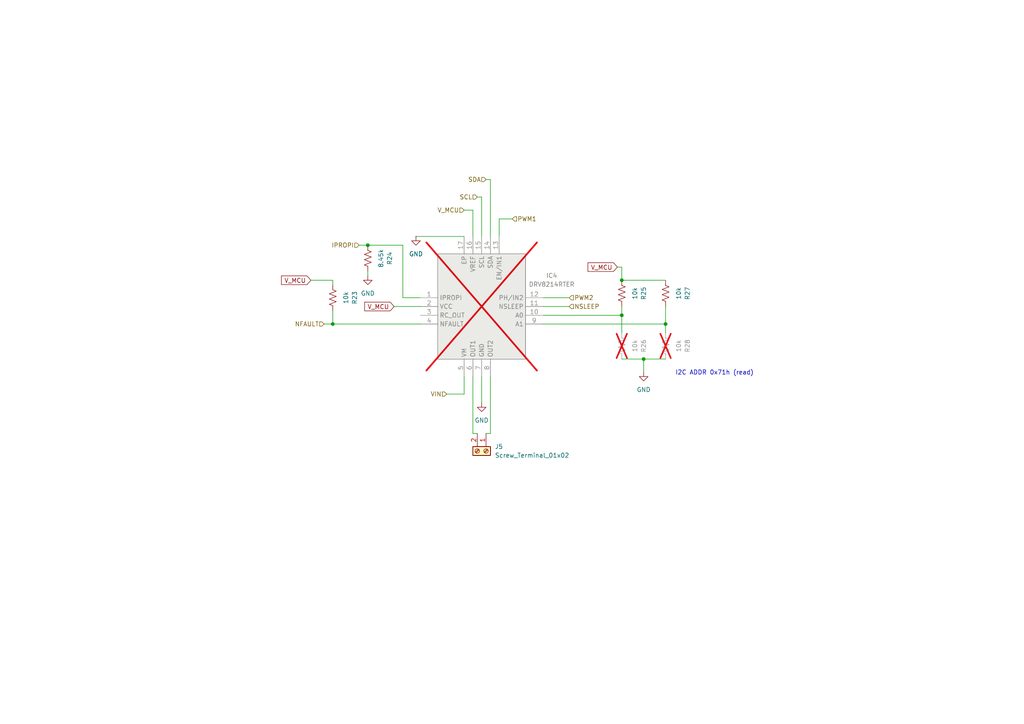
<source format=kicad_sch>
(kicad_sch (version 20250114) (generator "eeschema") (generator_version "9.0")
  (paper "A4")
  (lib_symbols
    (symbol "Connector:Screw_Terminal_01x02" (pin_names (offset 1.016) (hide yes))
      (property "Reference" "J" (at 0 2.54 0))
      (property "Value" "Screw_Terminal_01x02" (at 0 -5.08 0))
      (symbol "Screw_Terminal_01x02_1_1"
        (rectangle (start -1.27 1.27) (end 1.27 -3.81) (stroke (width 0.254)) (fill (type background)))
        (polyline (pts (xy -0.5334 0.3302) (xy 0.3302 -0.508)) (stroke (width 0.1524)))
        (polyline (pts (xy -0.5334 -2.2098) (xy 0.3302 -3.048)) (stroke (width 0.1524)))
        (polyline (pts (xy -0.3556 0.508) (xy 0.508 -0.3302)) (stroke (width 0.1524)))
        (polyline (pts (xy -0.3556 -2.032) (xy 0.508 -2.8702)) (stroke (width 0.1524)))
        (circle (center 0 0) (radius 0.635) (stroke (width 0.1524)))
        (circle (center 0 -2.54) (radius 0.635) (stroke (width 0.1524)))
        (pin passive line (at -5.08 0 0) (length 3.81) (name "Pin_1") (number "1"))
        (pin passive line (at -5.08 -2.54 0) (length 3.81) (name "Pin_2") (number "2"))
      )
    )
    (symbol "Device:R_US" (pin_numbers (hide yes)) (pin_names (offset 0))
      (property "Reference" "R" (at 2.54 0 90))
      (property "Value" "R_US" (at -2.54 0 90))
      (symbol "R_US_0_1"
        (polyline (pts (xy 0 2.286) (xy 0 2.54)))
        (polyline (pts (xy 0 2.286) (xy 1.016 1.905) (xy 0 1.524) (xy -1.016 1.143) (xy 0 0.762)))
        (polyline (pts (xy 0 0.762) (xy 1.016 0.381) (xy 0 0) (xy -1.016 -0.381) (xy 0 -0.762)))
        (polyline (pts (xy 0 -0.762) (xy 1.016 -1.143) (xy 0 -1.524) (xy -1.016 -1.905) (xy 0 -2.286)))
        (polyline (pts (xy 0 -2.286) (xy 0 -2.54)))
      )
      (symbol "R_US_1_1"
        (pin passive line (at 0 3.81 270) (length 1.27) (name "~") (number "1"))
        (pin passive line (at 0 -3.81 90) (length 1.27) (name "~") (number "2"))
      )
    )
    (symbol "SamacSys_Parts:DRV8214RTER"
      (property "Reference" "IC" (at 31.75 17.78 0))
      (property "Value" "DRV8214RTER" (at 31.75 15.24 0))
      (symbol "DRV8214RTER_1_1"
        (rectangle (start 5.08 12.7) (end 30.48 -17.78) (stroke (width 0.254)) (fill (type background)))
        (pin passive line (at 0 0 0) (length 5.08) (name "IPROPI") (number "1"))
        (pin passive line (at 0 -2.54 0) (length 5.08) (name "VCC") (number "2"))
        (pin passive line (at 0 -5.08 0) (length 5.08) (name "RC_OUT") (number "3"))
        (pin passive line (at 0 -7.62 0) (length 5.08) (name "NFAULT") (number "4"))
        (pin passive line (at 12.7 17.78 270) (length 5.08) (name "EP") (number "17"))
        (pin passive line (at 12.7 -22.86 90) (length 5.08) (name "VM") (number "5"))
        (pin passive line (at 15.24 17.78 270) (length 5.08) (name "VREF") (number "16"))
        (pin passive line (at 15.24 -22.86 90) (length 5.08) (name "OUT1") (number "6"))
        (pin passive line (at 17.78 17.78 270) (length 5.08) (name "SCL") (number "15"))
        (pin passive line (at 17.78 -22.86 90) (length 5.08) (name "GND") (number "7"))
        (pin passive line (at 20.32 17.78 270) (length 5.08) (name "SDA") (number "14"))
        (pin passive line (at 20.32 -22.86 90) (length 5.08) (name "OUT2") (number "8"))
        (pin passive line (at 22.86 17.78 270) (length 5.08) (name "EN/IN1") (number "13"))
        (pin passive line (at 35.56 0 180) (length 5.08) (name "PH/IN2") (number "12"))
        (pin passive line (at 35.56 -2.54 180) (length 5.08) (name "NSLEEP") (number "11"))
        (pin passive line (at 35.56 -5.08 180) (length 5.08) (name "A0") (number "10"))
        (pin passive line (at 35.56 -7.62 180) (length 5.08) (name "A1") (number "9"))
      )
    )
    (symbol "power:GND" (power) (pin_numbers (hide yes)) (pin_names (offset 0) (hide yes))
      (property "Value" "GND" (at 0 -3.81 0))
      (symbol "GND_0_1"
        (polyline (pts (xy 0 0) (xy 0 -1.27) (xy 1.27 -1.27) (xy 0 -2.54) (xy -1.27 -1.27) (xy 0 -1.27)))
      )
      (symbol "GND_1_1"
        (pin power_in line (at 0 0 270) (length 0) (name "~") (number "1"))
      )
    )
  )
  (text "I2C ADDR 0x71h (read)" (at 207.264 108.204 0) (effects (font (size 1.27 1.27))))
  (junction (at 180.34 81.28))
  (junction (at 186.69 104.14))
  (junction (at 96.52 93.98))
  (junction (at 106.68 71.12))
  (junction (at 193.04 93.98))
  (junction (at 180.34 91.44))
  (wire (pts (xy 134.62 60.96) (xy 137.16 60.96)))
  (wire (pts (xy 157.48 88.9) (xy 165.1 88.9)))
  (wire (pts (xy 139.7 57.15) (xy 139.7 68.58)))
  (wire (pts (xy 140.97 125.73) (xy 142.24 125.73)))
  (wire (pts (xy 93.98 93.98) (xy 96.52 93.98)))
  (wire (pts (xy 137.16 60.96) (xy 137.16 68.58)))
  (wire (pts (xy 157.48 91.44) (xy 180.34 91.44)))
  (wire (pts (xy 116.84 71.12) (xy 106.68 71.12)))
  (wire (pts (xy 129.54 114.3) (xy 134.62 114.3)))
  (wire (pts (xy 134.62 114.3) (xy 134.62 109.22)))
  (wire (pts (xy 90.17 81.28) (xy 96.52 81.28)))
  (wire (pts (xy 121.92 86.36) (xy 116.84 86.36)))
  (wire (pts (xy 96.52 90.17) (xy 96.52 93.98)))
  (wire (pts (xy 139.7 109.22) (xy 139.7 116.84)))
  (wire (pts (xy 142.24 52.07) (xy 142.24 68.58)))
  (wire (pts (xy 180.34 91.44) (xy 180.34 88.9)))
  (wire (pts (xy 138.43 57.15) (xy 139.7 57.15)))
  (wire (pts (xy 193.04 93.98) (xy 193.04 96.52)))
  (wire (pts (xy 180.34 96.52) (xy 180.34 91.44)))
  (wire (pts (xy 193.04 88.9) (xy 193.04 93.98)))
  (wire (pts (xy 180.34 104.14) (xy 186.69 104.14)))
  (wire (pts (xy 186.69 104.14) (xy 193.04 104.14)))
  (wire (pts (xy 142.24 125.73) (xy 142.24 109.22)))
  (wire (pts (xy 138.43 125.73) (xy 137.16 125.73)))
  (wire (pts (xy 144.78 63.5) (xy 148.59 63.5)))
  (wire (pts (xy 114.3 88.9) (xy 121.92 88.9)))
  (wire (pts (xy 180.34 81.28) (xy 180.34 77.47)))
  (wire (pts (xy 106.68 78.74) (xy 106.68 80.01)))
  (wire (pts (xy 180.34 81.28) (xy 193.04 81.28)))
  (wire (pts (xy 157.48 93.98) (xy 193.04 93.98)))
  (wire (pts (xy 140.97 52.07) (xy 142.24 52.07)))
  (wire (pts (xy 116.84 86.36) (xy 116.84 71.12)))
  (wire (pts (xy 137.16 125.73) (xy 137.16 109.22)))
  (wire (pts (xy 186.69 104.14) (xy 186.69 107.95)))
  (wire (pts (xy 157.48 86.36) (xy 165.1 86.36)))
  (wire (pts (xy 180.34 77.47) (xy 179.07 77.47)))
  (wire (pts (xy 120.65 68.58) (xy 134.62 68.58)))
  (wire (pts (xy 96.52 81.28) (xy 96.52 82.55)))
  (wire (pts (xy 104.14 71.12) (xy 106.68 71.12)))
  (wire (pts (xy 144.78 68.58) (xy 144.78 63.5)))
  (wire (pts (xy 96.52 93.98) (xy 121.92 93.98)))
  (global_label "V_MCU" (shape input) (at 90.17 81.28 180) (property "Intersheetrefs" "${INTERSHEET_REFS}" (effects (hide yes))))
  (global_label "V_MCU" (shape input) (at 179.07 77.47 180) (property "Intersheetrefs" "${INTERSHEET_REFS}" (effects (hide yes))))
  (global_label "V_MCU" (shape input) (at 114.3 88.9 180) (property "Intersheetrefs" "${INTERSHEET_REFS}" (effects (hide yes))))
  (hierarchical_label "NFAULT" (shape input) (at 93.98 93.98 180))
  (hierarchical_label "V_MCU" (shape input) (at 134.62 60.96 180))
  (hierarchical_label "IPROPI" (shape input) (at 104.14 71.12 180))
  (hierarchical_label "SCL" (shape input) (at 138.43 57.15 180))
  (hierarchical_label "SDA" (shape input) (at 140.97 52.07 180))
  (hierarchical_label "NSLEEP" (shape input) (at 165.1 88.9 0))
  (hierarchical_label "PWM2" (shape input) (at 165.1 86.36 0))
  (hierarchical_label "PWM1" (shape input) (at 148.59 63.5 0))
  (hierarchical_label "VIN" (shape input) (at 129.54 114.3 180))
  (symbol (lib_id "Device:R_US") (at 180.34 85.09 0) (unit 1)
    (property "Reference" "R25" (at 186.69 85.09 90))
    (property "Value" "10k" (at 184.15 85.09 90))
    (property "Footprint" "Resistor_SMD:R_0603_1608Metric_Pad0.98x0.95mm_HandSolder" (effects (hide yes)))
    (property "Description" "Resistor, US symbol" (effects (hide yes)))
    (property "LCSC Part Number" "C98220" (effects (hide yes)))
    (property "JLCPCB Part #" "C98220" (effects (hide yes)))
  )
  (symbol (lib_id "power:GND") (at 106.68 80.01 0) (unit 1)
    (property "Reference" "#PWR033" (effects (hide yes)))
    (property "Value" "GND" (at 106.68 85.09 0))
    (property "Description" "Power symbol creates a global label with name \"GND\" , ground" (effects (hide yes)))
  )
  (symbol (lib_id "power:GND") (at 186.69 107.95 0) (unit 1)
    (property "Reference" "#PWR036" (effects (hide yes)))
    (property "Value" "GND" (at 186.69 113.03 0))
    (property "Description" "Power symbol creates a global label with name \"GND\" , ground" (effects (hide yes)))
  )
  (symbol (lib_id "Device:R_US") (at 193.04 85.09 0) (unit 1)
    (property "Reference" "R27" (at 199.39 85.09 90))
    (property "Value" "10k" (at 196.85 85.09 90))
    (property "Footprint" "Resistor_SMD:R_0603_1608Metric_Pad0.98x0.95mm_HandSolder" (effects (hide yes)))
    (property "Description" "Resistor, US symbol" (effects (hide yes)))
    (property "LCSC Part Number" "C98220" (effects (hide yes)))
    (property "JLCPCB Part #" "C98220" (effects (hide yes)))
  )
  (symbol (lib_id "power:GND") (at 120.65 68.58 0) (unit 1)
    (property "Reference" "#PWR034" (effects (hide yes)))
    (property "Value" "GND" (at 120.65 73.66 0))
    (property "Description" "Power symbol creates a global label with name \"GND\" , ground" (effects (hide yes)))
  )
  (symbol (lib_id "Device:R_US") (at 180.34 100.33 0) (unit 1) (dnp yes)
    (property "Reference" "R26" (at 186.69 100.33 90))
    (property "Value" "10k" (at 184.15 100.33 90))
    (property "Footprint" "Resistor_SMD:R_0603_1608Metric_Pad0.98x0.95mm_HandSolder" (effects (hide yes)))
    (property "Description" "Resistor, US symbol" (effects (hide yes)))
    (property "LCSC Part Number" "C98220" (effects (hide yes)))
  )
  (symbol (lib_id "Device:R_US") (at 193.04 100.33 0) (unit 1) (dnp yes)
    (property "Reference" "R28" (at 199.39 100.33 90))
    (property "Value" "10k" (at 196.85 100.33 90))
    (property "Footprint" "Resistor_SMD:R_0603_1608Metric_Pad0.98x0.95mm_HandSolder" (effects (hide yes)))
    (property "Description" "Resistor, US symbol" (effects (hide yes)))
    (property "LCSC Part Number" "C98220" (effects (hide yes)))
  )
  (symbol (lib_id "Device:R_US") (at 96.52 86.36 0) (unit 1)
    (property "Reference" "R23" (at 102.87 86.36 90))
    (property "Value" "10k" (at 100.33 86.36 90))
    (property "Footprint" "Resistor_SMD:R_0603_1608Metric_Pad0.98x0.95mm_HandSolder" (effects (hide yes)))
    (property "Description" "Resistor, US symbol" (effects (hide yes)))
    (property "LCSC Part Number" "C98220" (effects (hide yes)))
    (property "JLCPCB Part #" "C98220" (effects (hide yes)))
  )
  (symbol (lib_id "Device:R_US") (at 106.68 74.93 0) (unit 1)
    (property "Reference" "R24" (at 113.03 74.93 90))
    (property "Value" "8.45k" (at 110.49 74.93 90))
    (property "Footprint" "Resistor_SMD:R_0603_1608Metric_Pad0.98x0.95mm_HandSolder" (effects (hide yes)))
    (property "Description" "Resistor, US symbol" (effects (hide yes)))
    (property "LCSC Part Number" "C2933263" (effects (hide yes)))
    (property "JLCPCB Part #" "C2933263" (effects (hide yes)))
  )
  (symbol (lib_id "power:GND") (at 139.7 116.84 0) (unit 1)
    (property "Reference" "#PWR035" (effects (hide yes)))
    (property "Value" "GND" (at 139.7 121.92 0))
    (property "Description" "Power symbol creates a global label with name \"GND\" , ground" (effects (hide yes)))
  )
  (symbol (lib_id "SamacSys_Parts:DRV8214RTER") (at 121.92 86.36 0) (unit 1) (dnp yes)
    (property "Reference" "IC4" (at 160.02 79.9398 0))
    (property "Value" "DRV8214RTER" (at 160.02 82.4798 0))
    (property "Footprint" "SamacSys_Parts:QFN50P300X300X80-17N-D" (effects (hide yes)))
    (property "Datasheet" "https://www.ti.com/lit/ds/symlink/drv8214.pdf?ts=1709730200309&ref_url=https%253A%252F%252Fwww.ti.com.cn%252Fproduct%252Fcn%252FDRV8214" (effects (hide yes)))
    (property "Description" "Motor / Motion / Ignition Controllers & Drivers SINGLE H-BRIDGE MOTOR DRIVER" (effects (hide yes)))
    (property "Height" "0.8" (effects (hide yes)))
    (property "Mouser Part Number" "595-DRV8214RTER" (effects (hide yes)))
    (property "Mouser Price/Stock" "https://www.mouser.co.uk/ProductDetail/Texas-Instruments/DRV8214RTER?qs=mELouGlnn3fqZoe89rAgMA%3D%3D" (effects (hide yes)))
    (property "Manufacturer_Name" "Texas Instruments" (effects (hide yes)))
    (property "Manufacturer_Part_Number" "DRV8214RTER" (effects (hide yes)))
  )
  (symbol (lib_id "Connector:Screw_Terminal_01x02") (at 140.97 130.81 270) (unit 1)
    (property "Reference" "J5" (at 143.51 129.5399 90) (effects (justify left)))
    (property "Value" "Screw_Terminal_01x02" (at 143.51 132.0799 90) (effects (justify left)))
    (property "Footprint" "Connector_Phoenix_GMSTB:PhoenixContact_GMSTBA_2,5_2-G_1x02_P7.50mm_Horizontal" (effects (hide yes)))
    (property "Description" "Generic screw terminal, single row, 01x02, script generated (kicad-library-utils/schlib/autogen/connector/)" (effects (hide yes)))
  )
)
</source>
